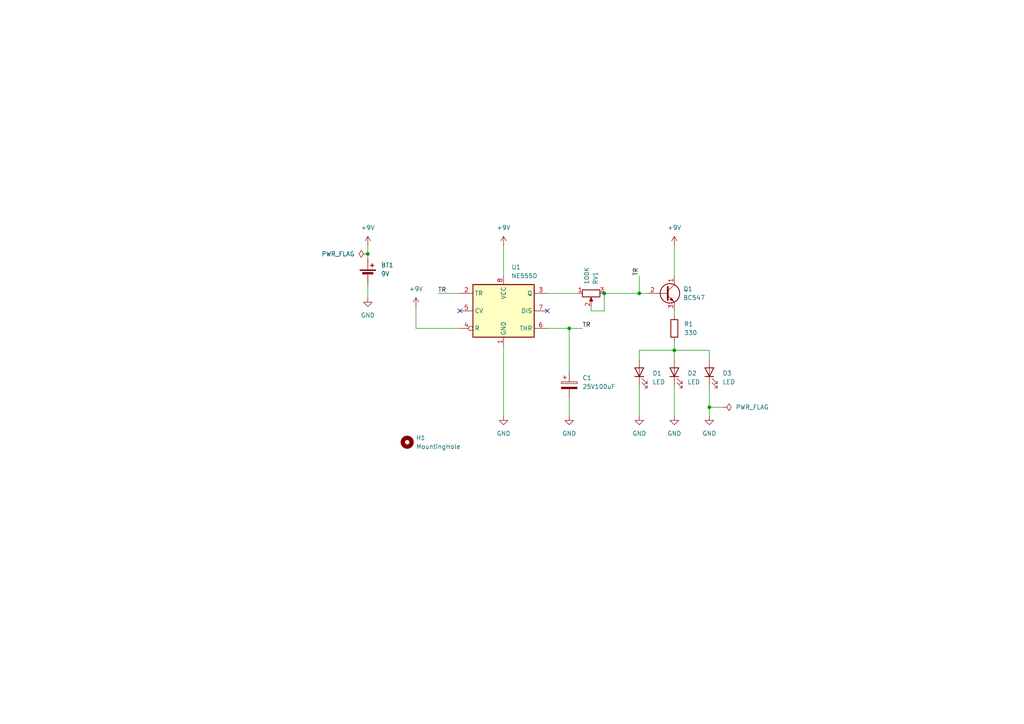
<source format=kicad_sch>
(kicad_sch (version 20250114) (generator "eeschema") (generator_version "9.0")
  (paper "A4")
  (title_block (title "Learn PCB Design-LED Dimmer") (date "2025-11-19") (rev "1.0.0"))
  (lib_symbols
    (symbol "Device:Battery_Cell" (pin_numbers (hide yes)) (pin_names (offset 0) (hide yes))
      (property "Reference" "BT" (at 2.54 2.54 0))
      (property "Value" "Battery_Cell" (at 2.54 0 0))
      (symbol "Battery_Cell_0_1"
        (rectangle (start -2.286 1.778) (end 2.286 1.524) (fill (type outline)))
        (rectangle (start -1.524 1.016) (end 1.524 0.508) (fill (type outline)))
        (polyline (pts (xy 0 1.778) (xy 0 2.54)))
        (polyline (pts (xy 0 0.762) (xy 0 0)))
        (polyline (pts (xy 0.762 3.048) (xy 1.778 3.048)) (stroke (width 0.254)))
        (polyline (pts (xy 1.27 3.556) (xy 1.27 2.54)) (stroke (width 0.254)))
      )
      (symbol "Battery_Cell_1_1"
        (pin passive line (at 0 5.08 270) (length 2.54) (name "+") (number "1"))
        (pin passive line (at 0 -2.54 90) (length 2.54) (name "-") (number "2"))
      )
    )
    (symbol "Device:C_Polarized" (pin_numbers (hide yes)) (pin_names (offset 0.254))
      (property "Reference" "C" (at 0.635 2.54 0))
      (property "Value" "C_Polarized" (at 0.635 -2.54 0))
      (symbol "C_Polarized_0_1"
        (rectangle (start -2.286 0.508) (end 2.286 1.016))
        (polyline (pts (xy -1.778 2.286) (xy -0.762 2.286)))
        (polyline (pts (xy -1.27 2.794) (xy -1.27 1.778)))
        (rectangle (start 2.286 -0.508) (end -2.286 -1.016) (fill (type outline)))
      )
      (symbol "C_Polarized_1_1"
        (pin passive line (at 0 3.81 270) (length 2.794) (name "~") (number "1"))
        (pin passive line (at 0 -3.81 90) (length 2.794) (name "~") (number "2"))
      )
    )
    (symbol "Device:LED" (pin_numbers (hide yes)) (pin_names (offset 1.016) (hide yes))
      (property "Reference" "D" (at 0 2.54 0))
      (property "Value" "LED" (at 0 -2.54 0))
      (symbol "LED_0_1"
        (polyline (pts (xy -3.048 -0.762) (xy -4.572 -2.286) (xy -3.81 -2.286) (xy -4.572 -2.286) (xy -4.572 -1.524)))
        (polyline (pts (xy -1.778 -0.762) (xy -3.302 -2.286) (xy -2.54 -2.286) (xy -3.302 -2.286) (xy -3.302 -1.524)))
        (polyline (pts (xy -1.27 0) (xy 1.27 0)))
        (polyline (pts (xy -1.27 -1.27) (xy -1.27 1.27)) (stroke (width 0.254)))
        (polyline (pts (xy 1.27 -1.27) (xy 1.27 1.27) (xy -1.27 0) (xy 1.27 -1.27)) (stroke (width 0.254)))
      )
      (symbol "LED_1_1"
        (pin passive line (at -3.81 0 0) (length 2.54) (name "K") (number "1"))
        (pin passive line (at 3.81 0 180) (length 2.54) (name "A") (number "2"))
      )
    )
    (symbol "Device:R" (pin_numbers (hide yes)) (pin_names (offset 0))
      (property "Reference" "R" (at 2.032 0 90))
      (property "Value" "R" (at 0 0 90))
      (symbol "R_0_1"
        (rectangle (start -1.016 -2.54) (end 1.016 2.54) (stroke (width 0.254)))
      )
      (symbol "R_1_1"
        (pin passive line (at 0 3.81 270) (length 1.27) (name "~") (number "1"))
        (pin passive line (at 0 -3.81 90) (length 1.27) (name "~") (number "2"))
      )
    )
    (symbol "Device:R_Potentiometer" (pin_names (offset 1.016) (hide yes))
      (property "Reference" "RV" (at -4.445 0 90))
      (property "Value" "R_Potentiometer" (at -2.54 0 90))
      (symbol "R_Potentiometer_0_1"
        (rectangle (start 1.016 2.54) (end -1.016 -2.54) (stroke (width 0.254)))
        (polyline (pts (xy 1.143 0) (xy 2.286 0.508) (xy 2.286 -0.508) (xy 1.143 0)) (fill (type outline)))
        (polyline (pts (xy 2.54 0) (xy 1.524 0)))
      )
      (symbol "R_Potentiometer_1_1"
        (pin passive line (at 0 3.81 270) (length 1.27) (name "1") (number "1"))
        (pin passive line (at 0 -3.81 90) (length 1.27) (name "3") (number "3"))
        (pin passive line (at 3.81 0 180) (length 1.27) (name "2") (number "2"))
      )
    )
    (symbol "Mechanical:MountingHole" (pin_names (offset 1.016)) (in_bom no)
      (property "Reference" "H" (at 0 5.08 0))
      (property "Value" "MountingHole" (at 0 3.175 0))
      (symbol "MountingHole_0_1"
        (circle (center 0 0) (radius 1.27) (stroke (width 1.27)))
      )
    )
    (symbol "Timer:NE555D"
      (property "Reference" "U" (at -10.16 8.89 0))
      (property "Value" "NE555D" (at 2.54 8.89 0))
      (symbol "NE555D_0_0"
        (pin power_in line (at 0 10.16 270) (length 2.54) (name "VCC") (number "8"))
        (pin power_in line (at 0 -10.16 90) (length 2.54) (name "GND") (number "1"))
      )
      (symbol "NE555D_0_1"
        (rectangle (start -8.89 -7.62) (end 8.89 7.62) (stroke (width 0.254)) (fill (type background)))
        (rectangle (start -8.89 -7.62) (end 8.89 7.62) (stroke (width 0.254)) (fill (type background)))
      )
      (symbol "NE555D_1_1"
        (pin input line (at -12.7 5.08 0) (length 3.81) (name "TR") (number "2"))
        (pin input line (at -12.7 0 0) (length 3.81) (name "CV") (number "5"))
        (pin input inverted (at -12.7 -5.08 0) (length 3.81) (name "R") (number "4"))
        (pin output line (at 12.7 5.08 180) (length 3.81) (name "Q") (number "3"))
        (pin input line (at 12.7 0 180) (length 3.81) (name "DIS") (number "7"))
        (pin input line (at 12.7 -5.08 180) (length 3.81) (name "THR") (number "6"))
      )
    )
    (symbol "Transistor_BJT:BC547" (pin_names (offset 0) (hide yes))
      (property "Reference" "Q" (at 5.08 1.905 0))
      (property "Value" "BC547" (at 5.08 0 0))
      (symbol "BC547_0_1"
        (polyline (pts (xy -2.54 0) (xy 0.635 0)))
        (polyline (pts (xy 0.635 1.905) (xy 0.635 -1.905)) (stroke (width 0.508)))
        (circle (center 1.27 0) (radius 2.8194) (stroke (width 0.254)))
      )
      (symbol "BC547_1_1"
        (polyline (pts (xy 0.635 0.635) (xy 2.54 2.54)))
        (polyline (pts (xy 0.635 -0.635) (xy 2.54 -2.54)))
        (polyline (pts (xy 1.27 -1.778) (xy 1.778 -1.27) (xy 2.286 -2.286) (xy 1.27 -1.778)) (fill (type outline)))
        (pin input line (at -5.08 0 0) (length 2.54) (name "B") (number "2"))
        (pin passive line (at 2.54 5.08 270) (length 2.54) (name "C") (number "1"))
        (pin passive line (at 2.54 -5.08 90) (length 2.54) (name "E") (number "3"))
      )
    )
    (symbol "power:+9V" (power) (pin_numbers (hide yes)) (pin_names (offset 0) (hide yes))
      (property "Value" "+9V" (at 0 3.556 0))
      (symbol "+9V_0_1"
        (polyline (pts (xy -0.762 1.27) (xy 0 2.54)))
        (polyline (pts (xy 0 2.54) (xy 0.762 1.27)))
        (polyline (pts (xy 0 0) (xy 0 2.54)))
      )
      (symbol "+9V_1_1"
        (pin power_in line (at 0 0 90) (length 0) (name "~") (number "1"))
      )
    )
    (symbol "power:GND" (power) (pin_numbers (hide yes)) (pin_names (offset 0) (hide yes))
      (property "Value" "GND" (at 0 -3.81 0))
      (symbol "GND_0_1"
        (polyline (pts (xy 0 0) (xy 0 -1.27) (xy 1.27 -1.27) (xy 0 -2.54) (xy -1.27 -1.27) (xy 0 -1.27)))
      )
      (symbol "GND_1_1"
        (pin power_in line (at 0 0 270) (length 0) (name "~") (number "1"))
      )
    )
    (symbol "power:PWR_FLAG" (power) (pin_numbers (hide yes)) (pin_names (offset 0) (hide yes))
      (property "Value" "PWR_FLAG" (at 0 3.81 0))
      (symbol "PWR_FLAG_0_0"
        (pin power_out line (at 0 0 90) (length 0) (name "~") (number "1"))
      )
      (symbol "PWR_FLAG_0_1"
        (polyline (pts (xy 0 0) (xy 0 1.27) (xy -1.016 1.905) (xy 0 2.54) (xy 1.016 1.905) (xy 0 1.27)))
      )
    )
  )
  (junction (at 185.42 85.09))
  (junction (at 195.58 101.6))
  (junction (at 205.74 118.11))
  (junction (at 165.1 95.25))
  (junction (at 106.68 73.66))
  (junction (at 175.26 85.09))
  (no_connect (at 158.75 90.17))
  (no_connect (at 133.35 90.17))
  (wire (pts (xy 195.58 71.12) (xy 195.58 80.01)))
  (wire (pts (xy 195.58 101.6) (xy 195.58 99.06)))
  (wire (pts (xy 205.74 104.14) (xy 205.74 101.6)))
  (wire (pts (xy 165.1 115.57) (xy 165.1 120.65)))
  (wire (pts (xy 106.68 73.66) (xy 106.68 74.93)))
  (wire (pts (xy 185.42 104.14) (xy 185.42 101.6)))
  (wire (pts (xy 205.74 118.11) (xy 209.55 118.11)))
  (wire (pts (xy 127 85.09) (xy 133.35 85.09)))
  (wire (pts (xy 175.26 85.09) (xy 175.26 90.17)))
  (wire (pts (xy 106.68 82.55) (xy 106.68 86.36)))
  (wire (pts (xy 158.75 85.09) (xy 167.64 85.09)))
  (wire (pts (xy 185.42 85.09) (xy 187.96 85.09)))
  (wire (pts (xy 133.35 95.25) (xy 120.65 95.25)))
  (wire (pts (xy 205.74 111.76) (xy 205.74 118.11)))
  (wire (pts (xy 195.58 111.76) (xy 195.58 120.65)))
  (wire (pts (xy 171.45 90.17) (xy 175.26 90.17)))
  (wire (pts (xy 106.68 71.12) (xy 106.68 73.66)))
  (wire (pts (xy 146.05 100.33) (xy 146.05 120.65)))
  (wire (pts (xy 146.05 71.12) (xy 146.05 80.01)))
  (wire (pts (xy 185.42 101.6) (xy 195.58 101.6)))
  (wire (pts (xy 195.58 90.17) (xy 195.58 91.44)))
  (wire (pts (xy 171.45 90.17) (xy 171.45 88.9)))
  (wire (pts (xy 185.42 111.76) (xy 185.42 120.65)))
  (wire (pts (xy 165.1 95.25) (xy 165.1 107.95)))
  (wire (pts (xy 195.58 104.14) (xy 195.58 101.6)))
  (wire (pts (xy 205.74 101.6) (xy 195.58 101.6)))
  (wire (pts (xy 158.75 95.25) (xy 165.1 95.25)))
  (wire (pts (xy 120.65 88.9) (xy 120.65 95.25)))
  (wire (pts (xy 185.42 80.01) (xy 185.42 85.09)))
  (wire (pts (xy 175.26 85.09) (xy 185.42 85.09)))
  (wire (pts (xy 205.74 118.11) (xy 205.74 120.65)))
  (wire (pts (xy 165.1 95.25) (xy 168.91 95.25)))
  (label "TR" (at 168.91 95.25 0))
  (label "TR" (at 185.42 80.01 90))
  (label "TR" (at 127 85.09 0))
  (symbol (lib_id "Device:LED") (at 185.42 107.95 90) (unit 1)
    (property "Reference" "D1" (at 189.23 108.2675 90) (effects (justify right)))
    (property "Value" "LED" (at 189.23 110.8075 90) (effects (justify right)))
    (property "Footprint" "LED_THT:LED_D5.0mm_Clear" (effects (hide yes)))
    (property "Description" "Light emitting diode" (effects (hide yes)))
    (property "Sim.Pins" "1=K 2=A" (effects (hide yes)))
  )
  (symbol (lib_id "power:PWR_FLAG") (at 106.68 73.66 90) (unit 1)
    (property "Reference" "#FLG01" (effects (hide yes)))
    (property "Value" "PWR_FLAG" (at 102.87 73.66 90) (effects (justify left)))
    (property "Description" "Special symbol for telling ERC where power comes from" (effects (hide yes)))
  )
  (symbol (lib_id "power:+9V") (at 120.65 88.9 0) (unit 1)
    (property "Reference" "#PWR03" (effects (hide yes)))
    (property "Value" "+9V" (at 120.65 83.82 0))
    (property "Description" "Power symbol creates a global label with name \"+9V\"" (effects (hide yes)))
  )
  (symbol (lib_id "Device:LED") (at 205.74 107.95 90) (unit 1)
    (property "Reference" "D3" (at 209.55 108.2675 90) (effects (justify right)))
    (property "Value" "LED" (at 209.55 110.8075 90) (effects (justify right)))
    (property "Footprint" "LED_THT:LED_D5.0mm_Clear" (effects (hide yes)))
    (property "Description" "Light emitting diode" (effects (hide yes)))
    (property "Sim.Pins" "1=K 2=A" (effects (hide yes)))
  )
  (symbol (lib_id "power:+9V") (at 195.58 71.12 0) (unit 1)
    (property "Reference" "#PWR09" (effects (hide yes)))
    (property "Value" "+9V" (at 195.58 66.04 0))
    (property "Description" "Power symbol creates a global label with name \"+9V\"" (effects (hide yes)))
  )
  (symbol (lib_id "Device:R") (at 195.58 95.25 0) (unit 1)
    (property "Reference" "R1" (at 198.374 93.98 0) (effects (justify left)))
    (property "Value" "330" (at 198.374 96.52 0) (effects (justify left)))
    (property "Footprint" "Resistor_THT:R_Axial_DIN0204_L3.6mm_D1.6mm_P1.90mm_Vertical" (effects (hide yes)))
    (property "Description" "Resistor" (effects (hide yes)))
  )
  (symbol (lib_id "power:GND") (at 165.1 120.65 0) (unit 1)
    (property "Reference" "#PWR010" (effects (hide yes)))
    (property "Value" "GND" (at 165.1 125.73 0))
    (property "Description" "Power symbol creates a global label with name \"GND\" , ground" (effects (hide yes)))
  )
  (symbol (lib_id "power:GND") (at 106.68 86.36 0) (unit 1)
    (property "Reference" "#PWR06" (effects (hide yes)))
    (property "Value" "GND" (at 106.68 91.44 0))
    (property "Description" "Power symbol creates a global label with name \"GND\" , ground" (effects (hide yes)))
  )
  (symbol (lib_id "Device:LED") (at 195.58 107.95 90) (unit 1)
    (property "Reference" "D2" (at 199.39 108.2675 90) (effects (justify right)))
    (property "Value" "LED" (at 199.39 110.8075 90) (effects (justify right)))
    (property "Footprint" "LED_THT:LED_D5.0mm_Clear" (effects (hide yes)))
    (property "Description" "Light emitting diode" (effects (hide yes)))
    (property "Sim.Pins" "1=K 2=A" (effects (hide yes)))
  )
  (symbol (lib_id "power:+9V") (at 106.68 71.12 0) (unit 1)
    (property "Reference" "#PWR05" (effects (hide yes)))
    (property "Value" "+9V" (at 106.68 66.04 0))
    (property "Description" "Power symbol creates a global label with name \"+9V\"" (effects (hide yes)))
  )
  (symbol (lib_id "Device:R_Potentiometer") (at 171.45 85.09 90) (mirror x) (unit 1)
    (property "Reference" "RV1" (at 172.72 82.55 0) (effects (justify right)))
    (property "Value" "100K" (at 170.18 82.55 0) (effects (justify right)))
    (property "Footprint" "Potentiometer_THT:Potentiometer_Bourns_3296Y_Vertical" (effects (hide yes)))
    (property "Description" "Potentiometer" (effects (hide yes)))
  )
  (symbol (lib_id "Mechanical:MountingHole") (at 118.11 128.27 0) (unit 1) (in_bom no)
    (property "Reference" "H1" (at 120.65 127 0) (effects (justify left)))
    (property "Value" "MountingHole" (at 120.65 129.54 0) (effects (justify left)))
    (property "Footprint" "MountingHole:MountingHole_2.1mm" (effects (hide yes)))
    (property "Description" "Mounting Hole without connection" (effects (hide yes)))
  )
  (symbol (lib_id "Timer:NE555D") (at 146.05 90.17 0) (unit 1)
    (property "Reference" "U1" (at 148.3077 77.47 0) (effects (justify left)))
    (property "Value" "NE555D" (at 148.3077 80.01 0) (effects (justify left)))
    (property "Footprint" "Package_SO:SOIC-8_3.9x4.9mm_P1.27mm" (effects (hide yes)))
    (property "Datasheet" "http://www.ti.com/lit/ds/symlink/ne555.pdf" (effects (hide yes)))
    (property "Description" "Precision Timers, 555 compatible, SOIC-8" (effects (hide yes)))
  )
  (symbol (lib_id "power:+9V") (at 146.05 71.12 0) (unit 1)
    (property "Reference" "#PWR07" (effects (hide yes)))
    (property "Value" "+9V" (at 146.05 66.04 0))
    (property "Description" "Power symbol creates a global label with name \"+9V\"" (effects (hide yes)))
  )
  (symbol (lib_id "Transistor_BJT:BC547") (at 193.04 85.09 0) (unit 1)
    (property "Reference" "Q1" (at 198.12 83.82 0) (effects (justify left)))
    (property "Value" "BC547" (at 198.12 86.36 0) (effects (justify left)))
    (property "Footprint" "Package_TO_SOT_THT:TO-92" (effects (hide yes)))
    (property "Datasheet" "https://www.onsemi.com/pub/Collateral/BC550-D.pdf" (effects (hide yes)))
    (property "Description" "0.1A Ic, 45V Vce, Small Signal NPN Transistor, TO-92" (effects (hide yes)))
  )
  (symbol (lib_id "power:GND") (at 205.74 120.65 0) (unit 1)
    (property "Reference" "#PWR08" (effects (hide yes)))
    (property "Value" "GND" (at 205.74 125.73 0))
    (property "Description" "Power symbol creates a global label with name \"GND\" , ground" (effects (hide yes)))
  )
  (symbol (lib_id "power:GND") (at 185.42 120.65 0) (unit 1)
    (property "Reference" "#PWR01" (effects (hide yes)))
    (property "Value" "GND" (at 185.42 125.73 0))
    (property "Description" "Power symbol creates a global label with name \"GND\" , ground" (effects (hide yes)))
  )
  (symbol (lib_id "Device:C_Polarized") (at 165.1 111.76 0) (unit 1)
    (property "Reference" "C1" (at 168.91 109.601 0) (effects (justify left)))
    (property "Value" "25V100uF" (at 168.91 112.141 0) (effects (justify left)))
    (property "Footprint" "Capacitor_THT:CP_Radial_D5.0mm_P2.00mm" (effects (hide yes)))
    (property "Description" "Polarized capacitor" (effects (hide yes)))
  )
  (symbol (lib_id "power:GND") (at 146.05 120.65 0) (unit 1)
    (property "Reference" "#PWR04" (effects (hide yes)))
    (property "Value" "GND" (at 146.05 125.73 0))
    (property "Description" "Power symbol creates a global label with name \"GND\" , ground" (effects (hide yes)))
  )
  (symbol (lib_id "power:PWR_FLAG") (at 209.55 118.11 270) (unit 1)
    (property "Reference" "#FLG02" (effects (hide yes)))
    (property "Value" "PWR_FLAG" (at 213.36 118.11 90) (effects (justify left)))
    (property "Description" "Special symbol for telling ERC where power comes from" (effects (hide yes)))
  )
  (symbol (lib_id "Device:Battery_Cell") (at 106.68 80.01 0) (unit 1)
    (property "Reference" "BT1" (at 110.49 76.8985 0) (effects (justify left)))
    (property "Value" "9V" (at 110.49 79.4385 0) (effects (justify left)))
    (property "Footprint" "TerminalBlock_Phoenix:TerminalBlock_Phoenix_MKDS-1,5-2-5.08_1x02_P5.08mm_Horizontal" (effects (hide yes)))
    (property "Description" "Single-cell battery" (effects (hide yes)))
  )
  (symbol (lib_id "power:GND") (at 195.58 120.65 0) (unit 1)
    (property "Reference" "#PWR02" (effects (hide yes)))
    (property "Value" "GND" (at 195.58 125.73 0))
    (property "Description" "Power symbol creates a global label with name \"GND\" , ground" (effects (hide yes)))
  )
)
</source>
